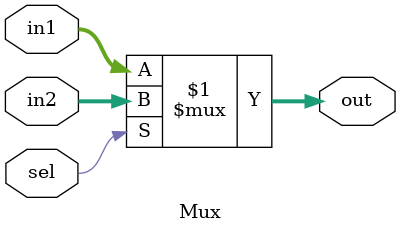
<source format=v>
module Mux #(parameter size=32) (
input [size-1:0] in1,in2,
output [size-1:0] out,
input sel
);
assign out=(sel)? in2:in1;
endmodule
</source>
